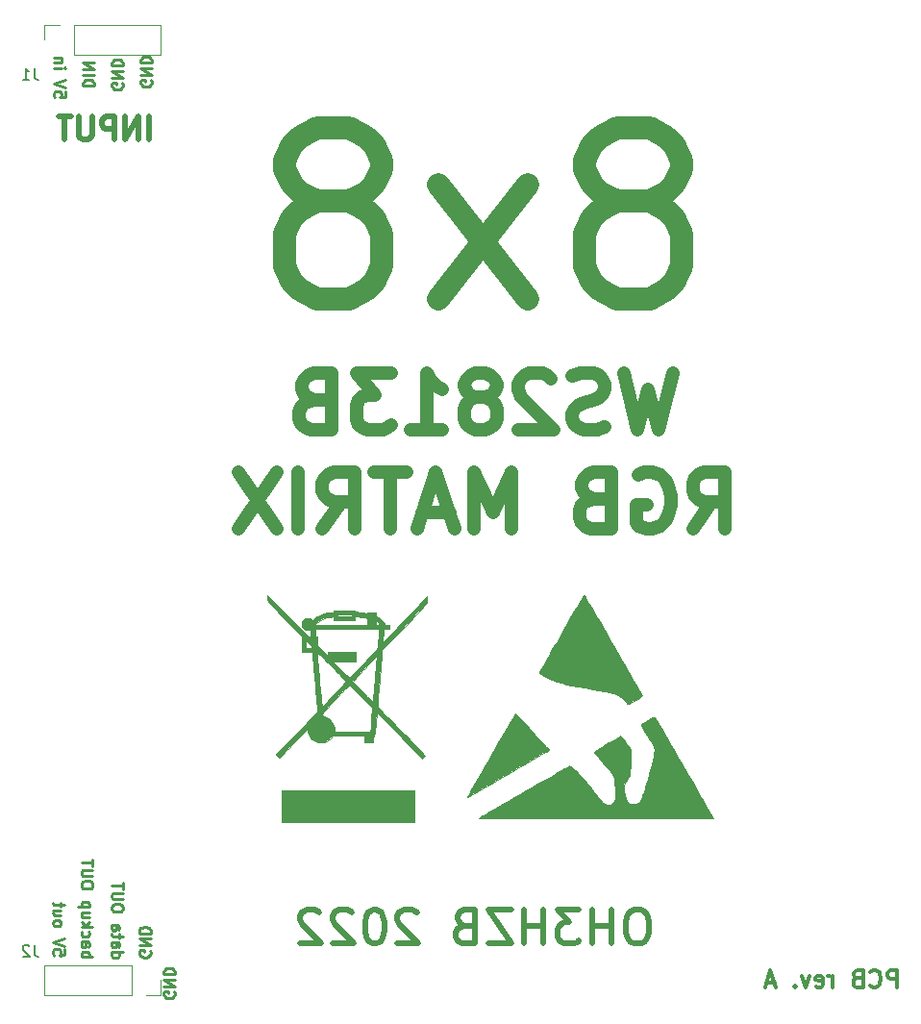
<source format=gbo>
G04 #@! TF.GenerationSoftware,KiCad,Pcbnew,5.99.0+really5.1.10+dfsg1-1*
G04 #@! TF.CreationDate,2022-01-28T19:42:34+02:00*
G04 #@! TF.ProjectId,RGBmatrix,5247426d-6174-4726-9978-2e6b69636164,rev?*
G04 #@! TF.SameCoordinates,Original*
G04 #@! TF.FileFunction,Legend,Bot*
G04 #@! TF.FilePolarity,Positive*
%FSLAX46Y46*%
G04 Gerber Fmt 4.6, Leading zero omitted, Abs format (unit mm)*
G04 Created by KiCad (PCBNEW 5.99.0+really5.1.10+dfsg1-1) date 2022-01-28 19:42:34*
%MOMM*%
%LPD*%
G01*
G04 APERTURE LIST*
%ADD10C,0.375000*%
%ADD11C,0.250000*%
%ADD12C,1.200000*%
%ADD13C,0.500000*%
%ADD14C,2.000000*%
%ADD15C,0.010000*%
%ADD16C,0.120000*%
%ADD17C,0.150000*%
%ADD18C,2.100000*%
%ADD19O,1.700000X1.700000*%
%ADD20R,1.700000X1.700000*%
G04 APERTURE END LIST*
D10*
X176402285Y-130917071D02*
X176402285Y-129417071D01*
X175830857Y-129417071D01*
X175688000Y-129488500D01*
X175616571Y-129559928D01*
X175545142Y-129702785D01*
X175545142Y-129917071D01*
X175616571Y-130059928D01*
X175688000Y-130131357D01*
X175830857Y-130202785D01*
X176402285Y-130202785D01*
X174045142Y-130774214D02*
X174116571Y-130845642D01*
X174330857Y-130917071D01*
X174473714Y-130917071D01*
X174688000Y-130845642D01*
X174830857Y-130702785D01*
X174902285Y-130559928D01*
X174973714Y-130274214D01*
X174973714Y-130059928D01*
X174902285Y-129774214D01*
X174830857Y-129631357D01*
X174688000Y-129488500D01*
X174473714Y-129417071D01*
X174330857Y-129417071D01*
X174116571Y-129488500D01*
X174045142Y-129559928D01*
X172902285Y-130131357D02*
X172688000Y-130202785D01*
X172616571Y-130274214D01*
X172545142Y-130417071D01*
X172545142Y-130631357D01*
X172616571Y-130774214D01*
X172688000Y-130845642D01*
X172830857Y-130917071D01*
X173402285Y-130917071D01*
X173402285Y-129417071D01*
X172902285Y-129417071D01*
X172759428Y-129488500D01*
X172688000Y-129559928D01*
X172616571Y-129702785D01*
X172616571Y-129845642D01*
X172688000Y-129988500D01*
X172759428Y-130059928D01*
X172902285Y-130131357D01*
X173402285Y-130131357D01*
X170759428Y-130917071D02*
X170759428Y-129917071D01*
X170759428Y-130202785D02*
X170688000Y-130059928D01*
X170616571Y-129988500D01*
X170473714Y-129917071D01*
X170330857Y-129917071D01*
X169259428Y-130845642D02*
X169402285Y-130917071D01*
X169688000Y-130917071D01*
X169830857Y-130845642D01*
X169902285Y-130702785D01*
X169902285Y-130131357D01*
X169830857Y-129988500D01*
X169688000Y-129917071D01*
X169402285Y-129917071D01*
X169259428Y-129988500D01*
X169188000Y-130131357D01*
X169188000Y-130274214D01*
X169902285Y-130417071D01*
X168688000Y-129917071D02*
X168330857Y-130917071D01*
X167973714Y-129917071D01*
X167402285Y-130774214D02*
X167330857Y-130845642D01*
X167402285Y-130917071D01*
X167473714Y-130845642D01*
X167402285Y-130774214D01*
X167402285Y-130917071D01*
X165616571Y-130488500D02*
X164902285Y-130488500D01*
X165759428Y-130917071D02*
X165259428Y-129417071D01*
X164759428Y-130917071D01*
D11*
X112768000Y-131317904D02*
X112815619Y-131413142D01*
X112815619Y-131556000D01*
X112768000Y-131698857D01*
X112672761Y-131794095D01*
X112577523Y-131841714D01*
X112387047Y-131889333D01*
X112244190Y-131889333D01*
X112053714Y-131841714D01*
X111958476Y-131794095D01*
X111863238Y-131698857D01*
X111815619Y-131556000D01*
X111815619Y-131460761D01*
X111863238Y-131317904D01*
X111910857Y-131270285D01*
X112244190Y-131270285D01*
X112244190Y-131460761D01*
X111815619Y-130841714D02*
X112815619Y-130841714D01*
X111815619Y-130270285D01*
X112815619Y-130270285D01*
X111815619Y-129794095D02*
X112815619Y-129794095D01*
X112815619Y-129556000D01*
X112768000Y-129413142D01*
X112672761Y-129317904D01*
X112577523Y-129270285D01*
X112387047Y-129222666D01*
X112244190Y-129222666D01*
X112053714Y-129270285D01*
X111958476Y-129317904D01*
X111863238Y-129413142D01*
X111815619Y-129556000D01*
X111815619Y-129794095D01*
X110611540Y-127711104D02*
X110659159Y-127806342D01*
X110659159Y-127949200D01*
X110611540Y-128092057D01*
X110516301Y-128187295D01*
X110421063Y-128234914D01*
X110230587Y-128282533D01*
X110087730Y-128282533D01*
X109897254Y-128234914D01*
X109802016Y-128187295D01*
X109706778Y-128092057D01*
X109659159Y-127949200D01*
X109659159Y-127853961D01*
X109706778Y-127711104D01*
X109754397Y-127663485D01*
X110087730Y-127663485D01*
X110087730Y-127853961D01*
X109659159Y-127234914D02*
X110659159Y-127234914D01*
X109659159Y-126663485D01*
X110659159Y-126663485D01*
X109659159Y-126187295D02*
X110659159Y-126187295D01*
X110659159Y-125949200D01*
X110611540Y-125806342D01*
X110516301Y-125711104D01*
X110421063Y-125663485D01*
X110230587Y-125615866D01*
X110087730Y-125615866D01*
X109897254Y-125663485D01*
X109802016Y-125711104D01*
X109706778Y-125806342D01*
X109659159Y-125949200D01*
X109659159Y-126187295D01*
D12*
X156628619Y-76858904D02*
X155438142Y-81858904D01*
X154485761Y-78287476D01*
X153533380Y-81858904D01*
X152342904Y-76858904D01*
X150676238Y-81620809D02*
X149961952Y-81858904D01*
X148771476Y-81858904D01*
X148295285Y-81620809D01*
X148057190Y-81382714D01*
X147819095Y-80906523D01*
X147819095Y-80430333D01*
X148057190Y-79954142D01*
X148295285Y-79716047D01*
X148771476Y-79477952D01*
X149723857Y-79239857D01*
X150200047Y-79001761D01*
X150438142Y-78763666D01*
X150676238Y-78287476D01*
X150676238Y-77811285D01*
X150438142Y-77335095D01*
X150200047Y-77097000D01*
X149723857Y-76858904D01*
X148533380Y-76858904D01*
X147819095Y-77097000D01*
X145914333Y-77335095D02*
X145676238Y-77097000D01*
X145200047Y-76858904D01*
X144009571Y-76858904D01*
X143533380Y-77097000D01*
X143295285Y-77335095D01*
X143057190Y-77811285D01*
X143057190Y-78287476D01*
X143295285Y-79001761D01*
X146152428Y-81858904D01*
X143057190Y-81858904D01*
X140200047Y-79001761D02*
X140676238Y-78763666D01*
X140914333Y-78525571D01*
X141152428Y-78049380D01*
X141152428Y-77811285D01*
X140914333Y-77335095D01*
X140676238Y-77097000D01*
X140200047Y-76858904D01*
X139247666Y-76858904D01*
X138771476Y-77097000D01*
X138533380Y-77335095D01*
X138295285Y-77811285D01*
X138295285Y-78049380D01*
X138533380Y-78525571D01*
X138771476Y-78763666D01*
X139247666Y-79001761D01*
X140200047Y-79001761D01*
X140676238Y-79239857D01*
X140914333Y-79477952D01*
X141152428Y-79954142D01*
X141152428Y-80906523D01*
X140914333Y-81382714D01*
X140676238Y-81620809D01*
X140200047Y-81858904D01*
X139247666Y-81858904D01*
X138771476Y-81620809D01*
X138533380Y-81382714D01*
X138295285Y-80906523D01*
X138295285Y-79954142D01*
X138533380Y-79477952D01*
X138771476Y-79239857D01*
X139247666Y-79001761D01*
X133533380Y-81858904D02*
X136390523Y-81858904D01*
X134961952Y-81858904D02*
X134961952Y-76858904D01*
X135438142Y-77573190D01*
X135914333Y-78049380D01*
X136390523Y-78287476D01*
X131866714Y-76858904D02*
X128771476Y-76858904D01*
X130438142Y-78763666D01*
X129723857Y-78763666D01*
X129247666Y-79001761D01*
X129009571Y-79239857D01*
X128771476Y-79716047D01*
X128771476Y-80906523D01*
X129009571Y-81382714D01*
X129247666Y-81620809D01*
X129723857Y-81858904D01*
X131152428Y-81858904D01*
X131628619Y-81620809D01*
X131866714Y-81382714D01*
X124961952Y-79239857D02*
X124247666Y-79477952D01*
X124009571Y-79716047D01*
X123771476Y-80192238D01*
X123771476Y-80906523D01*
X124009571Y-81382714D01*
X124247666Y-81620809D01*
X124723857Y-81858904D01*
X126628619Y-81858904D01*
X126628619Y-76858904D01*
X124961952Y-76858904D01*
X124485761Y-77097000D01*
X124247666Y-77335095D01*
X124009571Y-77811285D01*
X124009571Y-78287476D01*
X124247666Y-78763666D01*
X124485761Y-79001761D01*
X124961952Y-79239857D01*
X126628619Y-79239857D01*
X158414333Y-90558904D02*
X160081000Y-88177952D01*
X161271476Y-90558904D02*
X161271476Y-85558904D01*
X159366714Y-85558904D01*
X158890523Y-85797000D01*
X158652428Y-86035095D01*
X158414333Y-86511285D01*
X158414333Y-87225571D01*
X158652428Y-87701761D01*
X158890523Y-87939857D01*
X159366714Y-88177952D01*
X161271476Y-88177952D01*
X153652428Y-85797000D02*
X154128619Y-85558904D01*
X154842904Y-85558904D01*
X155557190Y-85797000D01*
X156033380Y-86273190D01*
X156271476Y-86749380D01*
X156509571Y-87701761D01*
X156509571Y-88416047D01*
X156271476Y-89368428D01*
X156033380Y-89844619D01*
X155557190Y-90320809D01*
X154842904Y-90558904D01*
X154366714Y-90558904D01*
X153652428Y-90320809D01*
X153414333Y-90082714D01*
X153414333Y-88416047D01*
X154366714Y-88416047D01*
X149604809Y-87939857D02*
X148890523Y-88177952D01*
X148652428Y-88416047D01*
X148414333Y-88892238D01*
X148414333Y-89606523D01*
X148652428Y-90082714D01*
X148890523Y-90320809D01*
X149366714Y-90558904D01*
X151271476Y-90558904D01*
X151271476Y-85558904D01*
X149604809Y-85558904D01*
X149128619Y-85797000D01*
X148890523Y-86035095D01*
X148652428Y-86511285D01*
X148652428Y-86987476D01*
X148890523Y-87463666D01*
X149128619Y-87701761D01*
X149604809Y-87939857D01*
X151271476Y-87939857D01*
X142461952Y-90558904D02*
X142461952Y-85558904D01*
X140795285Y-89130333D01*
X139128619Y-85558904D01*
X139128619Y-90558904D01*
X136985761Y-89130333D02*
X134604809Y-89130333D01*
X137461952Y-90558904D02*
X135795285Y-85558904D01*
X134128619Y-90558904D01*
X133176238Y-85558904D02*
X130319095Y-85558904D01*
X131747666Y-90558904D02*
X131747666Y-85558904D01*
X125795285Y-90558904D02*
X127461952Y-88177952D01*
X128652428Y-90558904D02*
X128652428Y-85558904D01*
X126747666Y-85558904D01*
X126271476Y-85797000D01*
X126033380Y-86035095D01*
X125795285Y-86511285D01*
X125795285Y-87225571D01*
X126033380Y-87701761D01*
X126271476Y-87939857D01*
X126747666Y-88177952D01*
X128652428Y-88177952D01*
X123652428Y-90558904D02*
X123652428Y-85558904D01*
X121747666Y-85558904D02*
X118414333Y-90558904D01*
X118414333Y-85558904D02*
X121747666Y-90558904D01*
D13*
X153834857Y-124087142D02*
X153263428Y-124087142D01*
X152977714Y-124230000D01*
X152692000Y-124515714D01*
X152549142Y-125087142D01*
X152549142Y-126087142D01*
X152692000Y-126658571D01*
X152977714Y-126944285D01*
X153263428Y-127087142D01*
X153834857Y-127087142D01*
X154120571Y-126944285D01*
X154406285Y-126658571D01*
X154549142Y-126087142D01*
X154549142Y-125087142D01*
X154406285Y-124515714D01*
X154120571Y-124230000D01*
X153834857Y-124087142D01*
X151263428Y-127087142D02*
X151263428Y-124087142D01*
X151263428Y-125515714D02*
X149549142Y-125515714D01*
X149549142Y-127087142D02*
X149549142Y-124087142D01*
X148406285Y-124087142D02*
X146549142Y-124087142D01*
X147549142Y-125230000D01*
X147120571Y-125230000D01*
X146834857Y-125372857D01*
X146692000Y-125515714D01*
X146549142Y-125801428D01*
X146549142Y-126515714D01*
X146692000Y-126801428D01*
X146834857Y-126944285D01*
X147120571Y-127087142D01*
X147977714Y-127087142D01*
X148263428Y-126944285D01*
X148406285Y-126801428D01*
X145263428Y-127087142D02*
X145263428Y-124087142D01*
X145263428Y-125515714D02*
X143549142Y-125515714D01*
X143549142Y-127087142D02*
X143549142Y-124087142D01*
X142406285Y-124087142D02*
X140406285Y-124087142D01*
X142406285Y-127087142D01*
X140406285Y-127087142D01*
X138263428Y-125515714D02*
X137834857Y-125658571D01*
X137692000Y-125801428D01*
X137549142Y-126087142D01*
X137549142Y-126515714D01*
X137692000Y-126801428D01*
X137834857Y-126944285D01*
X138120571Y-127087142D01*
X139263428Y-127087142D01*
X139263428Y-124087142D01*
X138263428Y-124087142D01*
X137977714Y-124230000D01*
X137834857Y-124372857D01*
X137692000Y-124658571D01*
X137692000Y-124944285D01*
X137834857Y-125230000D01*
X137977714Y-125372857D01*
X138263428Y-125515714D01*
X139263428Y-125515714D01*
X134120571Y-124372857D02*
X133977714Y-124230000D01*
X133692000Y-124087142D01*
X132977714Y-124087142D01*
X132692000Y-124230000D01*
X132549142Y-124372857D01*
X132406285Y-124658571D01*
X132406285Y-124944285D01*
X132549142Y-125372857D01*
X134263428Y-127087142D01*
X132406285Y-127087142D01*
X130549142Y-124087142D02*
X130263428Y-124087142D01*
X129977714Y-124230000D01*
X129834857Y-124372857D01*
X129692000Y-124658571D01*
X129549142Y-125230000D01*
X129549142Y-125944285D01*
X129692000Y-126515714D01*
X129834857Y-126801428D01*
X129977714Y-126944285D01*
X130263428Y-127087142D01*
X130549142Y-127087142D01*
X130834857Y-126944285D01*
X130977714Y-126801428D01*
X131120571Y-126515714D01*
X131263428Y-125944285D01*
X131263428Y-125230000D01*
X131120571Y-124658571D01*
X130977714Y-124372857D01*
X130834857Y-124230000D01*
X130549142Y-124087142D01*
X128406285Y-124372857D02*
X128263428Y-124230000D01*
X127977714Y-124087142D01*
X127263428Y-124087142D01*
X126977714Y-124230000D01*
X126834857Y-124372857D01*
X126692000Y-124658571D01*
X126692000Y-124944285D01*
X126834857Y-125372857D01*
X128549142Y-127087142D01*
X126692000Y-127087142D01*
X125549142Y-124372857D02*
X125406285Y-124230000D01*
X125120571Y-124087142D01*
X124406285Y-124087142D01*
X124120571Y-124230000D01*
X123977714Y-124372857D01*
X123834857Y-124658571D01*
X123834857Y-124944285D01*
X123977714Y-125372857D01*
X125692000Y-127087142D01*
X123834857Y-127087142D01*
D14*
X154596857Y-61714285D02*
X156025428Y-61000000D01*
X156739714Y-60285714D01*
X157454000Y-58857142D01*
X157454000Y-58142857D01*
X156739714Y-56714285D01*
X156025428Y-56000000D01*
X154596857Y-55285714D01*
X151739714Y-55285714D01*
X150311142Y-56000000D01*
X149596857Y-56714285D01*
X148882571Y-58142857D01*
X148882571Y-58857142D01*
X149596857Y-60285714D01*
X150311142Y-61000000D01*
X151739714Y-61714285D01*
X154596857Y-61714285D01*
X156025428Y-62428571D01*
X156739714Y-63142857D01*
X157454000Y-64571428D01*
X157454000Y-67428571D01*
X156739714Y-68857142D01*
X156025428Y-69571428D01*
X154596857Y-70285714D01*
X151739714Y-70285714D01*
X150311142Y-69571428D01*
X149596857Y-68857142D01*
X148882571Y-67428571D01*
X148882571Y-64571428D01*
X149596857Y-63142857D01*
X150311142Y-62428571D01*
X151739714Y-61714285D01*
X143882571Y-70285714D02*
X136025428Y-60285714D01*
X143882571Y-60285714D02*
X136025428Y-70285714D01*
X128168285Y-61714285D02*
X129596857Y-61000000D01*
X130311142Y-60285714D01*
X131025428Y-58857142D01*
X131025428Y-58142857D01*
X130311142Y-56714285D01*
X129596857Y-56000000D01*
X128168285Y-55285714D01*
X125311142Y-55285714D01*
X123882571Y-56000000D01*
X123168285Y-56714285D01*
X122454000Y-58142857D01*
X122454000Y-58857142D01*
X123168285Y-60285714D01*
X123882571Y-61000000D01*
X125311142Y-61714285D01*
X128168285Y-61714285D01*
X129596857Y-62428571D01*
X130311142Y-63142857D01*
X131025428Y-64571428D01*
X131025428Y-67428571D01*
X130311142Y-68857142D01*
X129596857Y-69571428D01*
X128168285Y-70285714D01*
X125311142Y-70285714D01*
X123882571Y-69571428D01*
X123168285Y-68857142D01*
X122454000Y-67428571D01*
X122454000Y-64571428D01*
X123168285Y-63142857D01*
X123882571Y-62428571D01*
X125311142Y-61714285D01*
D13*
X110537142Y-56276761D02*
X110537142Y-54276761D01*
X109584761Y-56276761D02*
X109584761Y-54276761D01*
X108441904Y-56276761D01*
X108441904Y-54276761D01*
X107489523Y-56276761D02*
X107489523Y-54276761D01*
X106727619Y-54276761D01*
X106537142Y-54372000D01*
X106441904Y-54467238D01*
X106346666Y-54657714D01*
X106346666Y-54943428D01*
X106441904Y-55133904D01*
X106537142Y-55229142D01*
X106727619Y-55324380D01*
X107489523Y-55324380D01*
X105489523Y-54276761D02*
X105489523Y-55895809D01*
X105394285Y-56086285D01*
X105299047Y-56181523D01*
X105108571Y-56276761D01*
X104727619Y-56276761D01*
X104537142Y-56181523D01*
X104441904Y-56086285D01*
X104346666Y-55895809D01*
X104346666Y-54276761D01*
X103680000Y-54276761D02*
X102537142Y-54276761D01*
X103108571Y-56276761D02*
X103108571Y-54276761D01*
D11*
X104703619Y-51569809D02*
X105703619Y-51569809D01*
X105703619Y-51331714D01*
X105656000Y-51188857D01*
X105560761Y-51093619D01*
X105465523Y-51046000D01*
X105275047Y-50998380D01*
X105132190Y-50998380D01*
X104941714Y-51046000D01*
X104846476Y-51093619D01*
X104751238Y-51188857D01*
X104703619Y-51331714D01*
X104703619Y-51569809D01*
X104703619Y-50569809D02*
X105703619Y-50569809D01*
X104703619Y-50093619D02*
X105703619Y-50093619D01*
X104703619Y-49522190D01*
X105703619Y-49522190D01*
X103163619Y-52061904D02*
X103163619Y-52538095D01*
X102687428Y-52585714D01*
X102735047Y-52538095D01*
X102782666Y-52442857D01*
X102782666Y-52204761D01*
X102735047Y-52109523D01*
X102687428Y-52061904D01*
X102592190Y-52014285D01*
X102354095Y-52014285D01*
X102258857Y-52061904D01*
X102211238Y-52109523D01*
X102163619Y-52204761D01*
X102163619Y-52442857D01*
X102211238Y-52538095D01*
X102258857Y-52585714D01*
X103163619Y-51728571D02*
X102163619Y-51395238D01*
X103163619Y-51061904D01*
X102163619Y-49966666D02*
X102830285Y-49966666D01*
X103163619Y-49966666D02*
X103116000Y-50014285D01*
X103068380Y-49966666D01*
X103116000Y-49919047D01*
X103163619Y-49966666D01*
X103068380Y-49966666D01*
X102830285Y-49490476D02*
X102163619Y-49490476D01*
X102735047Y-49490476D02*
X102782666Y-49442857D01*
X102830285Y-49347619D01*
X102830285Y-49204761D01*
X102782666Y-49109523D01*
X102687428Y-49061904D01*
X102163619Y-49061904D01*
X108196000Y-51307904D02*
X108243619Y-51403142D01*
X108243619Y-51546000D01*
X108196000Y-51688857D01*
X108100761Y-51784095D01*
X108005523Y-51831714D01*
X107815047Y-51879333D01*
X107672190Y-51879333D01*
X107481714Y-51831714D01*
X107386476Y-51784095D01*
X107291238Y-51688857D01*
X107243619Y-51546000D01*
X107243619Y-51450761D01*
X107291238Y-51307904D01*
X107338857Y-51260285D01*
X107672190Y-51260285D01*
X107672190Y-51450761D01*
X107243619Y-50831714D02*
X108243619Y-50831714D01*
X107243619Y-50260285D01*
X108243619Y-50260285D01*
X107243619Y-49784095D02*
X108243619Y-49784095D01*
X108243619Y-49546000D01*
X108196000Y-49403142D01*
X108100761Y-49307904D01*
X108005523Y-49260285D01*
X107815047Y-49212666D01*
X107672190Y-49212666D01*
X107481714Y-49260285D01*
X107386476Y-49307904D01*
X107291238Y-49403142D01*
X107243619Y-49546000D01*
X107243619Y-49784095D01*
X110736000Y-51053904D02*
X110783619Y-51149142D01*
X110783619Y-51292000D01*
X110736000Y-51434857D01*
X110640761Y-51530095D01*
X110545523Y-51577714D01*
X110355047Y-51625333D01*
X110212190Y-51625333D01*
X110021714Y-51577714D01*
X109926476Y-51530095D01*
X109831238Y-51434857D01*
X109783619Y-51292000D01*
X109783619Y-51196761D01*
X109831238Y-51053904D01*
X109878857Y-51006285D01*
X110212190Y-51006285D01*
X110212190Y-51196761D01*
X109783619Y-50577714D02*
X110783619Y-50577714D01*
X109783619Y-50006285D01*
X110783619Y-50006285D01*
X109783619Y-49530095D02*
X110783619Y-49530095D01*
X110783619Y-49292000D01*
X110736000Y-49149142D01*
X110640761Y-49053904D01*
X110545523Y-49006285D01*
X110355047Y-48958666D01*
X110212190Y-48958666D01*
X110021714Y-49006285D01*
X109926476Y-49053904D01*
X109831238Y-49149142D01*
X109783619Y-49292000D01*
X109783619Y-49530095D01*
X104571539Y-128252645D02*
X105571539Y-128252645D01*
X105190586Y-128252645D02*
X105238205Y-128157407D01*
X105238205Y-127966931D01*
X105190586Y-127871693D01*
X105142967Y-127824074D01*
X105047729Y-127776455D01*
X104762015Y-127776455D01*
X104666777Y-127824074D01*
X104619158Y-127871693D01*
X104571539Y-127966931D01*
X104571539Y-128157407D01*
X104619158Y-128252645D01*
X104571539Y-126919312D02*
X105095348Y-126919312D01*
X105190586Y-126966931D01*
X105238205Y-127062169D01*
X105238205Y-127252645D01*
X105190586Y-127347883D01*
X104619158Y-126919312D02*
X104571539Y-127014550D01*
X104571539Y-127252645D01*
X104619158Y-127347883D01*
X104714396Y-127395502D01*
X104809634Y-127395502D01*
X104904872Y-127347883D01*
X104952491Y-127252645D01*
X104952491Y-127014550D01*
X105000110Y-126919312D01*
X104619158Y-126014550D02*
X104571539Y-126109788D01*
X104571539Y-126300264D01*
X104619158Y-126395502D01*
X104666777Y-126443121D01*
X104762015Y-126490740D01*
X105047729Y-126490740D01*
X105142967Y-126443121D01*
X105190586Y-126395502D01*
X105238205Y-126300264D01*
X105238205Y-126109788D01*
X105190586Y-126014550D01*
X104571539Y-125585979D02*
X105571539Y-125585979D01*
X104952491Y-125490740D02*
X104571539Y-125205026D01*
X105238205Y-125205026D02*
X104857253Y-125585979D01*
X105238205Y-124347883D02*
X104571539Y-124347883D01*
X105238205Y-124776455D02*
X104714396Y-124776455D01*
X104619158Y-124728836D01*
X104571539Y-124633598D01*
X104571539Y-124490740D01*
X104619158Y-124395502D01*
X104666777Y-124347883D01*
X105238205Y-123871693D02*
X104238205Y-123871693D01*
X105190586Y-123871693D02*
X105238205Y-123776455D01*
X105238205Y-123585979D01*
X105190586Y-123490740D01*
X105142967Y-123443121D01*
X105047729Y-123395502D01*
X104762015Y-123395502D01*
X104666777Y-123443121D01*
X104619158Y-123490740D01*
X104571539Y-123585979D01*
X104571539Y-123776455D01*
X104619158Y-123871693D01*
X105571539Y-122014550D02*
X105571539Y-121824074D01*
X105523920Y-121728836D01*
X105428681Y-121633598D01*
X105238205Y-121585979D01*
X104904872Y-121585979D01*
X104714396Y-121633598D01*
X104619158Y-121728836D01*
X104571539Y-121824074D01*
X104571539Y-122014550D01*
X104619158Y-122109788D01*
X104714396Y-122205026D01*
X104904872Y-122252645D01*
X105238205Y-122252645D01*
X105428681Y-122205026D01*
X105523920Y-122109788D01*
X105571539Y-122014550D01*
X105571539Y-121157407D02*
X104762015Y-121157407D01*
X104666777Y-121109788D01*
X104619158Y-121062169D01*
X104571539Y-120966931D01*
X104571539Y-120776455D01*
X104619158Y-120681217D01*
X104666777Y-120633598D01*
X104762015Y-120585979D01*
X105571539Y-120585979D01*
X105571539Y-120252645D02*
X105571539Y-119681217D01*
X104571539Y-119966931D02*
X105571539Y-119966931D01*
X107228379Y-127850234D02*
X108228379Y-127850234D01*
X107275998Y-127850234D02*
X107228379Y-127945472D01*
X107228379Y-128135948D01*
X107275998Y-128231186D01*
X107323617Y-128278805D01*
X107418855Y-128326424D01*
X107704569Y-128326424D01*
X107799807Y-128278805D01*
X107847426Y-128231186D01*
X107895045Y-128135948D01*
X107895045Y-127945472D01*
X107847426Y-127850234D01*
X107228379Y-126945472D02*
X107752188Y-126945472D01*
X107847426Y-126993091D01*
X107895045Y-127088329D01*
X107895045Y-127278805D01*
X107847426Y-127374043D01*
X107275998Y-126945472D02*
X107228379Y-127040710D01*
X107228379Y-127278805D01*
X107275998Y-127374043D01*
X107371236Y-127421662D01*
X107466474Y-127421662D01*
X107561712Y-127374043D01*
X107609331Y-127278805D01*
X107609331Y-127040710D01*
X107656950Y-126945472D01*
X107895045Y-126612139D02*
X107895045Y-126231186D01*
X108228379Y-126469281D02*
X107371236Y-126469281D01*
X107275998Y-126421662D01*
X107228379Y-126326424D01*
X107228379Y-126231186D01*
X107228379Y-125469281D02*
X107752188Y-125469281D01*
X107847426Y-125516900D01*
X107895045Y-125612139D01*
X107895045Y-125802615D01*
X107847426Y-125897853D01*
X107275998Y-125469281D02*
X107228379Y-125564520D01*
X107228379Y-125802615D01*
X107275998Y-125897853D01*
X107371236Y-125945472D01*
X107466474Y-125945472D01*
X107561712Y-125897853D01*
X107609331Y-125802615D01*
X107609331Y-125564520D01*
X107656950Y-125469281D01*
X108228379Y-124040710D02*
X108228379Y-123850234D01*
X108180760Y-123754996D01*
X108085521Y-123659758D01*
X107895045Y-123612139D01*
X107561712Y-123612139D01*
X107371236Y-123659758D01*
X107275998Y-123754996D01*
X107228379Y-123850234D01*
X107228379Y-124040710D01*
X107275998Y-124135948D01*
X107371236Y-124231186D01*
X107561712Y-124278805D01*
X107895045Y-124278805D01*
X108085521Y-124231186D01*
X108180760Y-124135948D01*
X108228379Y-124040710D01*
X108228379Y-123183567D02*
X107418855Y-123183567D01*
X107323617Y-123135948D01*
X107275998Y-123088329D01*
X107228379Y-122993091D01*
X107228379Y-122802615D01*
X107275998Y-122707377D01*
X107323617Y-122659758D01*
X107418855Y-122612139D01*
X108228379Y-122612139D01*
X108228379Y-122278805D02*
X108228379Y-121707377D01*
X107228379Y-121993091D02*
X108228379Y-121993091D01*
X103089959Y-127598584D02*
X103089959Y-128074775D01*
X102613768Y-128122394D01*
X102661387Y-128074775D01*
X102709006Y-127979537D01*
X102709006Y-127741441D01*
X102661387Y-127646203D01*
X102613768Y-127598584D01*
X102518530Y-127550965D01*
X102280435Y-127550965D01*
X102185197Y-127598584D01*
X102137578Y-127646203D01*
X102089959Y-127741441D01*
X102089959Y-127979537D01*
X102137578Y-128074775D01*
X102185197Y-128122394D01*
X103089959Y-127265251D02*
X102089959Y-126931918D01*
X103089959Y-126598584D01*
X102089959Y-125360489D02*
X102137578Y-125455727D01*
X102185197Y-125503346D01*
X102280435Y-125550965D01*
X102566149Y-125550965D01*
X102661387Y-125503346D01*
X102709006Y-125455727D01*
X102756625Y-125360489D01*
X102756625Y-125217632D01*
X102709006Y-125122394D01*
X102661387Y-125074775D01*
X102566149Y-125027156D01*
X102280435Y-125027156D01*
X102185197Y-125074775D01*
X102137578Y-125122394D01*
X102089959Y-125217632D01*
X102089959Y-125360489D01*
X102756625Y-124170013D02*
X102089959Y-124170013D01*
X102756625Y-124598584D02*
X102232816Y-124598584D01*
X102137578Y-124550965D01*
X102089959Y-124455727D01*
X102089959Y-124312870D01*
X102137578Y-124217632D01*
X102185197Y-124170013D01*
X102756625Y-123836680D02*
X102756625Y-123455727D01*
X103089959Y-123693822D02*
X102232816Y-123693822D01*
X102137578Y-123646203D01*
X102089959Y-123550965D01*
X102089959Y-123455727D01*
D15*
G36*
X154967850Y-107146490D02*
G01*
X154858990Y-107188587D01*
X154693070Y-107272180D01*
X154454831Y-107403258D01*
X154436280Y-107413676D01*
X154216863Y-107539145D01*
X154031696Y-107649068D01*
X153898966Y-107732359D01*
X153836859Y-107777930D01*
X153835122Y-107780161D01*
X153850124Y-107843428D01*
X153918945Y-107984719D01*
X154037102Y-108196337D01*
X154200107Y-108470583D01*
X154403476Y-108799757D01*
X154642722Y-109176162D01*
X154702266Y-109268472D01*
X154857402Y-109524625D01*
X154970366Y-109745045D01*
X155031244Y-109909802D01*
X155037490Y-109942349D01*
X155034718Y-110085615D01*
X155003660Y-110312863D01*
X154948188Y-110609517D01*
X154872173Y-110961000D01*
X154779486Y-111352734D01*
X154673999Y-111770143D01*
X154559585Y-112198648D01*
X154440113Y-112623674D01*
X154319457Y-113030643D01*
X154201486Y-113404977D01*
X154090074Y-113732100D01*
X153989090Y-113997434D01*
X153918695Y-114154857D01*
X153835772Y-114322551D01*
X153757475Y-114483014D01*
X153753236Y-114491796D01*
X153623702Y-114653879D01*
X153434649Y-114763017D01*
X153214570Y-114815318D01*
X152991960Y-114806892D01*
X152795313Y-114733850D01*
X152684686Y-114637687D01*
X152525370Y-114373951D01*
X152408627Y-114045265D01*
X152344575Y-113685139D01*
X152335501Y-113480980D01*
X152372045Y-113099946D01*
X152479301Y-112784413D01*
X152663040Y-112519067D01*
X152720337Y-112460005D01*
X152890849Y-112294337D01*
X152902558Y-111123333D01*
X152914267Y-109952330D01*
X152615875Y-109500634D01*
X152475852Y-109296184D01*
X152341001Y-109112264D01*
X152230559Y-108974514D01*
X152183087Y-108923826D01*
X152048691Y-108798712D01*
X151866672Y-108896736D01*
X151751625Y-108966974D01*
X151688677Y-109021509D01*
X151684653Y-109031315D01*
X151641630Y-109072886D01*
X151568020Y-109103841D01*
X151496887Y-109131741D01*
X151387964Y-109184745D01*
X151231901Y-109268029D01*
X151019347Y-109386765D01*
X150740952Y-109546127D01*
X150387366Y-109751289D01*
X150195220Y-109863446D01*
X149969196Y-109997790D01*
X149820956Y-110093472D01*
X149737382Y-110161681D01*
X149705359Y-110213607D01*
X149711769Y-110260440D01*
X149717114Y-110271320D01*
X149769108Y-110339831D01*
X149880362Y-110468348D01*
X150037914Y-110642495D01*
X150228804Y-110847895D01*
X150393901Y-111022016D01*
X150774349Y-111435286D01*
X151071974Y-111793490D01*
X151289430Y-112100232D01*
X151429374Y-112359111D01*
X151476579Y-112490572D01*
X151496078Y-112605650D01*
X151516216Y-112801949D01*
X151535223Y-113057044D01*
X151551328Y-113348512D01*
X151558907Y-113532817D01*
X151569484Y-113851432D01*
X151574137Y-114084371D01*
X151571496Y-114249534D01*
X151560194Y-114364818D01*
X151538863Y-114448121D01*
X151506135Y-114517341D01*
X151480428Y-114559606D01*
X151331978Y-114722514D01*
X151140691Y-114836038D01*
X150939426Y-114885547D01*
X150788598Y-114867634D01*
X150652031Y-114790135D01*
X150480843Y-114651342D01*
X150299043Y-114475463D01*
X150130643Y-114286707D01*
X149999652Y-114109282D01*
X149951422Y-114023547D01*
X149879173Y-113906153D01*
X149747767Y-113727342D01*
X149569210Y-113501090D01*
X149355509Y-113241372D01*
X149118670Y-112962162D01*
X148870698Y-112677438D01*
X148623601Y-112401174D01*
X148389383Y-112147345D01*
X148180052Y-111929928D01*
X148015701Y-111770322D01*
X147833230Y-111610885D01*
X147679727Y-111493326D01*
X147572062Y-111429871D01*
X147536322Y-111422894D01*
X147481552Y-111451040D01*
X147344938Y-111526586D01*
X147134365Y-111644995D01*
X146857714Y-111801733D01*
X146522869Y-111992263D01*
X146137714Y-112212050D01*
X145710131Y-112456557D01*
X145248005Y-112721250D01*
X144759218Y-113001591D01*
X144251653Y-113293046D01*
X143733194Y-113591079D01*
X143211724Y-113891153D01*
X142695126Y-114188733D01*
X142191284Y-114479284D01*
X141708080Y-114758269D01*
X141253398Y-115021153D01*
X140835122Y-115263400D01*
X140461134Y-115480473D01*
X140139318Y-115667838D01*
X139877557Y-115820959D01*
X139683734Y-115935299D01*
X139565732Y-116006324D01*
X139531530Y-116028613D01*
X139577595Y-116033018D01*
X139722508Y-116037300D01*
X139961446Y-116041439D01*
X140289583Y-116045413D01*
X140702096Y-116049203D01*
X141194160Y-116052787D01*
X141760951Y-116056145D01*
X142397643Y-116059256D01*
X143099413Y-116062099D01*
X143861436Y-116064655D01*
X144678888Y-116066901D01*
X145546943Y-116068818D01*
X146460778Y-116070385D01*
X147415568Y-116071582D01*
X148406489Y-116072387D01*
X149428716Y-116072779D01*
X149857642Y-116072817D01*
X160232999Y-116072817D01*
X159493046Y-114789857D01*
X159336401Y-114518195D01*
X159134761Y-114168393D01*
X158894865Y-113752151D01*
X158623458Y-113281172D01*
X158327280Y-112767154D01*
X158013073Y-112221800D01*
X157687580Y-111656810D01*
X157357542Y-111083885D01*
X157029702Y-110514725D01*
X156946791Y-110370776D01*
X156644471Y-109846462D01*
X156356175Y-109347586D01*
X156086235Y-108881575D01*
X155838983Y-108455855D01*
X155618752Y-108077854D01*
X155429874Y-107754997D01*
X155276682Y-107494711D01*
X155163507Y-107304424D01*
X155094683Y-107191562D01*
X155075424Y-107162828D01*
X155034908Y-107139900D01*
X154967850Y-107146490D01*
G37*
X154967850Y-107146490D02*
X154858990Y-107188587D01*
X154693070Y-107272180D01*
X154454831Y-107403258D01*
X154436280Y-107413676D01*
X154216863Y-107539145D01*
X154031696Y-107649068D01*
X153898966Y-107732359D01*
X153836859Y-107777930D01*
X153835122Y-107780161D01*
X153850124Y-107843428D01*
X153918945Y-107984719D01*
X154037102Y-108196337D01*
X154200107Y-108470583D01*
X154403476Y-108799757D01*
X154642722Y-109176162D01*
X154702266Y-109268472D01*
X154857402Y-109524625D01*
X154970366Y-109745045D01*
X155031244Y-109909802D01*
X155037490Y-109942349D01*
X155034718Y-110085615D01*
X155003660Y-110312863D01*
X154948188Y-110609517D01*
X154872173Y-110961000D01*
X154779486Y-111352734D01*
X154673999Y-111770143D01*
X154559585Y-112198648D01*
X154440113Y-112623674D01*
X154319457Y-113030643D01*
X154201486Y-113404977D01*
X154090074Y-113732100D01*
X153989090Y-113997434D01*
X153918695Y-114154857D01*
X153835772Y-114322551D01*
X153757475Y-114483014D01*
X153753236Y-114491796D01*
X153623702Y-114653879D01*
X153434649Y-114763017D01*
X153214570Y-114815318D01*
X152991960Y-114806892D01*
X152795313Y-114733850D01*
X152684686Y-114637687D01*
X152525370Y-114373951D01*
X152408627Y-114045265D01*
X152344575Y-113685139D01*
X152335501Y-113480980D01*
X152372045Y-113099946D01*
X152479301Y-112784413D01*
X152663040Y-112519067D01*
X152720337Y-112460005D01*
X152890849Y-112294337D01*
X152902558Y-111123333D01*
X152914267Y-109952330D01*
X152615875Y-109500634D01*
X152475852Y-109296184D01*
X152341001Y-109112264D01*
X152230559Y-108974514D01*
X152183087Y-108923826D01*
X152048691Y-108798712D01*
X151866672Y-108896736D01*
X151751625Y-108966974D01*
X151688677Y-109021509D01*
X151684653Y-109031315D01*
X151641630Y-109072886D01*
X151568020Y-109103841D01*
X151496887Y-109131741D01*
X151387964Y-109184745D01*
X151231901Y-109268029D01*
X151019347Y-109386765D01*
X150740952Y-109546127D01*
X150387366Y-109751289D01*
X150195220Y-109863446D01*
X149969196Y-109997790D01*
X149820956Y-110093472D01*
X149737382Y-110161681D01*
X149705359Y-110213607D01*
X149711769Y-110260440D01*
X149717114Y-110271320D01*
X149769108Y-110339831D01*
X149880362Y-110468348D01*
X150037914Y-110642495D01*
X150228804Y-110847895D01*
X150393901Y-111022016D01*
X150774349Y-111435286D01*
X151071974Y-111793490D01*
X151289430Y-112100232D01*
X151429374Y-112359111D01*
X151476579Y-112490572D01*
X151496078Y-112605650D01*
X151516216Y-112801949D01*
X151535223Y-113057044D01*
X151551328Y-113348512D01*
X151558907Y-113532817D01*
X151569484Y-113851432D01*
X151574137Y-114084371D01*
X151571496Y-114249534D01*
X151560194Y-114364818D01*
X151538863Y-114448121D01*
X151506135Y-114517341D01*
X151480428Y-114559606D01*
X151331978Y-114722514D01*
X151140691Y-114836038D01*
X150939426Y-114885547D01*
X150788598Y-114867634D01*
X150652031Y-114790135D01*
X150480843Y-114651342D01*
X150299043Y-114475463D01*
X150130643Y-114286707D01*
X149999652Y-114109282D01*
X149951422Y-114023547D01*
X149879173Y-113906153D01*
X149747767Y-113727342D01*
X149569210Y-113501090D01*
X149355509Y-113241372D01*
X149118670Y-112962162D01*
X148870698Y-112677438D01*
X148623601Y-112401174D01*
X148389383Y-112147345D01*
X148180052Y-111929928D01*
X148015701Y-111770322D01*
X147833230Y-111610885D01*
X147679727Y-111493326D01*
X147572062Y-111429871D01*
X147536322Y-111422894D01*
X147481552Y-111451040D01*
X147344938Y-111526586D01*
X147134365Y-111644995D01*
X146857714Y-111801733D01*
X146522869Y-111992263D01*
X146137714Y-112212050D01*
X145710131Y-112456557D01*
X145248005Y-112721250D01*
X144759218Y-113001591D01*
X144251653Y-113293046D01*
X143733194Y-113591079D01*
X143211724Y-113891153D01*
X142695126Y-114188733D01*
X142191284Y-114479284D01*
X141708080Y-114758269D01*
X141253398Y-115021153D01*
X140835122Y-115263400D01*
X140461134Y-115480473D01*
X140139318Y-115667838D01*
X139877557Y-115820959D01*
X139683734Y-115935299D01*
X139565732Y-116006324D01*
X139531530Y-116028613D01*
X139577595Y-116033018D01*
X139722508Y-116037300D01*
X139961446Y-116041439D01*
X140289583Y-116045413D01*
X140702096Y-116049203D01*
X141194160Y-116052787D01*
X141760951Y-116056145D01*
X142397643Y-116059256D01*
X143099413Y-116062099D01*
X143861436Y-116064655D01*
X144678888Y-116066901D01*
X145546943Y-116068818D01*
X146460778Y-116070385D01*
X147415568Y-116071582D01*
X148406489Y-116072387D01*
X149428716Y-116072779D01*
X149857642Y-116072817D01*
X160232999Y-116072817D01*
X159493046Y-114789857D01*
X159336401Y-114518195D01*
X159134761Y-114168393D01*
X158894865Y-113752151D01*
X158623458Y-113281172D01*
X158327280Y-112767154D01*
X158013073Y-112221800D01*
X157687580Y-111656810D01*
X157357542Y-111083885D01*
X157029702Y-110514725D01*
X156946791Y-110370776D01*
X156644471Y-109846462D01*
X156356175Y-109347586D01*
X156086235Y-108881575D01*
X155838983Y-108455855D01*
X155618752Y-108077854D01*
X155429874Y-107754997D01*
X155276682Y-107494711D01*
X155163507Y-107304424D01*
X155094683Y-107191562D01*
X155075424Y-107162828D01*
X155034908Y-107139900D01*
X154967850Y-107146490D01*
G36*
X142699865Y-106957256D02*
G01*
X142661777Y-107021095D01*
X142576163Y-107167451D01*
X142447259Y-107389011D01*
X142279296Y-107678464D01*
X142076509Y-108028497D01*
X141843132Y-108431797D01*
X141583398Y-108881053D01*
X141301540Y-109368953D01*
X141001793Y-109888183D01*
X140693478Y-110422613D01*
X140378602Y-110968556D01*
X140076288Y-111492658D01*
X139790916Y-111987326D01*
X139526869Y-112444966D01*
X139288528Y-112857986D01*
X139080276Y-113218793D01*
X138906494Y-113519795D01*
X138771565Y-113753398D01*
X138679869Y-113912010D01*
X138636753Y-113986388D01*
X138566466Y-114112045D01*
X138528250Y-114190701D01*
X138526156Y-114204387D01*
X138572728Y-114178688D01*
X138702240Y-114104927D01*
X138907921Y-113987006D01*
X139183003Y-113828828D01*
X139520715Y-113634297D01*
X139914287Y-113407316D01*
X140356949Y-113151787D01*
X140841932Y-112871614D01*
X141362466Y-112570699D01*
X141911781Y-112252945D01*
X142120775Y-112132001D01*
X142679920Y-111808524D01*
X143213467Y-111500121D01*
X143714568Y-111210733D01*
X144176373Y-110944304D01*
X144592034Y-110704777D01*
X144954702Y-110496093D01*
X145257528Y-110322198D01*
X145493663Y-110187033D01*
X145656259Y-110094541D01*
X145738466Y-110048665D01*
X145747061Y-110044321D01*
X145722013Y-110004983D01*
X145634844Y-109899805D01*
X145494456Y-109738477D01*
X145309747Y-109530687D01*
X145089616Y-109286124D01*
X144842963Y-109014476D01*
X144578688Y-108725434D01*
X144305688Y-108428684D01*
X144032864Y-108133917D01*
X143769115Y-107850821D01*
X143523340Y-107589085D01*
X143304439Y-107358398D01*
X143121311Y-107168448D01*
X142982854Y-107028925D01*
X142935369Y-106983174D01*
X142778010Y-106835368D01*
X142699865Y-106957256D01*
G37*
X142699865Y-106957256D02*
X142661777Y-107021095D01*
X142576163Y-107167451D01*
X142447259Y-107389011D01*
X142279296Y-107678464D01*
X142076509Y-108028497D01*
X141843132Y-108431797D01*
X141583398Y-108881053D01*
X141301540Y-109368953D01*
X141001793Y-109888183D01*
X140693478Y-110422613D01*
X140378602Y-110968556D01*
X140076288Y-111492658D01*
X139790916Y-111987326D01*
X139526869Y-112444966D01*
X139288528Y-112857986D01*
X139080276Y-113218793D01*
X138906494Y-113519795D01*
X138771565Y-113753398D01*
X138679869Y-113912010D01*
X138636753Y-113986388D01*
X138566466Y-114112045D01*
X138528250Y-114190701D01*
X138526156Y-114204387D01*
X138572728Y-114178688D01*
X138702240Y-114104927D01*
X138907921Y-113987006D01*
X139183003Y-113828828D01*
X139520715Y-113634297D01*
X139914287Y-113407316D01*
X140356949Y-113151787D01*
X140841932Y-112871614D01*
X141362466Y-112570699D01*
X141911781Y-112252945D01*
X142120775Y-112132001D01*
X142679920Y-111808524D01*
X143213467Y-111500121D01*
X143714568Y-111210733D01*
X144176373Y-110944304D01*
X144592034Y-110704777D01*
X144954702Y-110496093D01*
X145257528Y-110322198D01*
X145493663Y-110187033D01*
X145656259Y-110094541D01*
X145738466Y-110048665D01*
X145747061Y-110044321D01*
X145722013Y-110004983D01*
X145634844Y-109899805D01*
X145494456Y-109738477D01*
X145309747Y-109530687D01*
X145089616Y-109286124D01*
X144842963Y-109014476D01*
X144578688Y-108725434D01*
X144305688Y-108428684D01*
X144032864Y-108133917D01*
X143769115Y-107850821D01*
X143523340Y-107589085D01*
X143304439Y-107358398D01*
X143121311Y-107168448D01*
X142982854Y-107028925D01*
X142935369Y-106983174D01*
X142778010Y-106835368D01*
X142699865Y-106957256D01*
G36*
X148802959Y-96418470D02*
G01*
X148725906Y-96543679D01*
X148607193Y-96742047D01*
X148451688Y-97005132D01*
X148264258Y-97324495D01*
X148049769Y-97691696D01*
X147813091Y-98098296D01*
X147559089Y-98535853D01*
X147292632Y-98995929D01*
X147018587Y-99470084D01*
X146741822Y-99949877D01*
X146467203Y-100426869D01*
X146199598Y-100892620D01*
X145943876Y-101338689D01*
X145704902Y-101756638D01*
X145487545Y-102138026D01*
X145296672Y-102474413D01*
X145137151Y-102757360D01*
X145013848Y-102978426D01*
X144931632Y-103129171D01*
X144895369Y-103201157D01*
X144894041Y-103205656D01*
X144939058Y-103266740D01*
X145064191Y-103360176D01*
X145254559Y-103476794D01*
X145495284Y-103607423D01*
X145747298Y-103731558D01*
X146090208Y-103882083D01*
X146450818Y-104017330D01*
X146841551Y-104140304D01*
X147274829Y-104254010D01*
X147763076Y-104361454D01*
X148318713Y-104465641D01*
X148954164Y-104569576D01*
X149611493Y-104666363D01*
X150182596Y-104752229D01*
X150662176Y-104837235D01*
X151062259Y-104925606D01*
X151394872Y-105021566D01*
X151672039Y-105129339D01*
X151905788Y-105253150D01*
X152108143Y-105397224D01*
X152291132Y-105565785D01*
X152350140Y-105628403D01*
X152478040Y-105774181D01*
X152572654Y-105893140D01*
X152616545Y-105963096D01*
X152617714Y-105968831D01*
X152633071Y-106004004D01*
X152686362Y-106004401D01*
X152788417Y-105965341D01*
X152950068Y-105882143D01*
X153182145Y-105750126D01*
X153343428Y-105655191D01*
X153583926Y-105506786D01*
X153770824Y-105379711D01*
X153891562Y-105283106D01*
X153933580Y-105226115D01*
X153933555Y-105225701D01*
X153907499Y-105171391D01*
X153833913Y-105035380D01*
X153717068Y-104825081D01*
X153561236Y-104547907D01*
X153370687Y-104211270D01*
X153149694Y-103822583D01*
X152902528Y-103389260D01*
X152633459Y-102918711D01*
X152346760Y-102418350D01*
X152046701Y-101895590D01*
X151737555Y-101357844D01*
X151423591Y-100812523D01*
X151109083Y-100267040D01*
X150798300Y-99728809D01*
X150495515Y-99205242D01*
X150204998Y-98703751D01*
X149931021Y-98231750D01*
X149677856Y-97796650D01*
X149449774Y-97405864D01*
X149251046Y-97066806D01*
X149085943Y-96786887D01*
X148958737Y-96573521D01*
X148873699Y-96434120D01*
X148835100Y-96376096D01*
X148833484Y-96374857D01*
X148802959Y-96418470D01*
G37*
X148802959Y-96418470D02*
X148725906Y-96543679D01*
X148607193Y-96742047D01*
X148451688Y-97005132D01*
X148264258Y-97324495D01*
X148049769Y-97691696D01*
X147813091Y-98098296D01*
X147559089Y-98535853D01*
X147292632Y-98995929D01*
X147018587Y-99470084D01*
X146741822Y-99949877D01*
X146467203Y-100426869D01*
X146199598Y-100892620D01*
X145943876Y-101338689D01*
X145704902Y-101756638D01*
X145487545Y-102138026D01*
X145296672Y-102474413D01*
X145137151Y-102757360D01*
X145013848Y-102978426D01*
X144931632Y-103129171D01*
X144895369Y-103201157D01*
X144894041Y-103205656D01*
X144939058Y-103266740D01*
X145064191Y-103360176D01*
X145254559Y-103476794D01*
X145495284Y-103607423D01*
X145747298Y-103731558D01*
X146090208Y-103882083D01*
X146450818Y-104017330D01*
X146841551Y-104140304D01*
X147274829Y-104254010D01*
X147763076Y-104361454D01*
X148318713Y-104465641D01*
X148954164Y-104569576D01*
X149611493Y-104666363D01*
X150182596Y-104752229D01*
X150662176Y-104837235D01*
X151062259Y-104925606D01*
X151394872Y-105021566D01*
X151672039Y-105129339D01*
X151905788Y-105253150D01*
X152108143Y-105397224D01*
X152291132Y-105565785D01*
X152350140Y-105628403D01*
X152478040Y-105774181D01*
X152572654Y-105893140D01*
X152616545Y-105963096D01*
X152617714Y-105968831D01*
X152633071Y-106004004D01*
X152686362Y-106004401D01*
X152788417Y-105965341D01*
X152950068Y-105882143D01*
X153182145Y-105750126D01*
X153343428Y-105655191D01*
X153583926Y-105506786D01*
X153770824Y-105379711D01*
X153891562Y-105283106D01*
X153933580Y-105226115D01*
X153933555Y-105225701D01*
X153907499Y-105171391D01*
X153833913Y-105035380D01*
X153717068Y-104825081D01*
X153561236Y-104547907D01*
X153370687Y-104211270D01*
X153149694Y-103822583D01*
X152902528Y-103389260D01*
X152633459Y-102918711D01*
X152346760Y-102418350D01*
X152046701Y-101895590D01*
X151737555Y-101357844D01*
X151423591Y-100812523D01*
X151109083Y-100267040D01*
X150798300Y-99728809D01*
X150495515Y-99205242D01*
X150204998Y-98703751D01*
X149931021Y-98231750D01*
X149677856Y-97796650D01*
X149449774Y-97405864D01*
X149251046Y-97066806D01*
X149085943Y-96786887D01*
X148958737Y-96573521D01*
X148873699Y-96434120D01*
X148835100Y-96376096D01*
X148833484Y-96374857D01*
X148802959Y-96418470D01*
G36*
X122228131Y-116419443D02*
G01*
X133887147Y-116419443D01*
X133887147Y-113546328D01*
X122228131Y-113546328D01*
X122228131Y-116419443D01*
G37*
X122228131Y-116419443D02*
X133887147Y-116419443D01*
X133887147Y-113546328D01*
X122228131Y-113546328D01*
X122228131Y-116419443D01*
G36*
X120981001Y-96706316D02*
G01*
X120983052Y-96994689D01*
X123974802Y-100034361D01*
X123975893Y-100731820D01*
X123976983Y-101429279D01*
X124887946Y-101429279D01*
X124911419Y-101606246D01*
X124920307Y-101686908D01*
X124935289Y-101838807D01*
X124955564Y-102052882D01*
X124980330Y-102320072D01*
X125008785Y-102631316D01*
X125040129Y-102977553D01*
X125073561Y-103349721D01*
X125108278Y-103738761D01*
X125143480Y-104135610D01*
X125178364Y-104531208D01*
X125212131Y-104916494D01*
X125243978Y-105282406D01*
X125273104Y-105619884D01*
X125298707Y-105919866D01*
X125319988Y-106173292D01*
X125336143Y-106371100D01*
X125346371Y-106504229D01*
X125349873Y-106563619D01*
X125349870Y-106563902D01*
X125324343Y-106611556D01*
X125247670Y-106709953D01*
X125118807Y-106860238D01*
X124936711Y-107063555D01*
X124700339Y-107321052D01*
X124408648Y-107633872D01*
X124060594Y-108003161D01*
X123655134Y-108430065D01*
X123541168Y-108549607D01*
X121733678Y-110444197D01*
X121879806Y-110589935D01*
X122025934Y-110735672D01*
X122262360Y-110478444D01*
X122348853Y-110385483D01*
X122483961Y-110241725D01*
X122658771Y-110056590D01*
X122864366Y-109839493D01*
X123091835Y-109599854D01*
X123332262Y-109347091D01*
X123476097Y-109196127D01*
X123746131Y-108913311D01*
X123964397Y-108686777D01*
X124136461Y-108512405D01*
X124267889Y-108386077D01*
X124364246Y-108303673D01*
X124431099Y-108261074D01*
X124474011Y-108254160D01*
X124498549Y-108278812D01*
X124510279Y-108330912D01*
X124514765Y-108406339D01*
X124515368Y-108426923D01*
X124546557Y-108568724D01*
X124623402Y-108740120D01*
X124730564Y-108914003D01*
X124852705Y-109063270D01*
X124901579Y-109109379D01*
X125152345Y-109270713D01*
X125445274Y-109360981D01*
X125704258Y-109382394D01*
X125997760Y-109342006D01*
X126268825Y-109223578D01*
X126508733Y-109031209D01*
X126552999Y-108983326D01*
X126714859Y-108799443D01*
X129515016Y-108799443D01*
X129515016Y-109382394D01*
X130264524Y-109382394D01*
X130264524Y-109110052D01*
X130273929Y-108924131D01*
X130305530Y-108795083D01*
X130343935Y-108724888D01*
X130371376Y-108674663D01*
X130394873Y-108601842D01*
X130415983Y-108495629D01*
X130436263Y-108345229D01*
X130457271Y-108139846D01*
X130480563Y-107868684D01*
X130496512Y-107666961D01*
X130569678Y-106721857D01*
X132365838Y-108541388D01*
X132690601Y-108870624D01*
X133002366Y-109187158D01*
X133295435Y-109485174D01*
X133564113Y-109758858D01*
X133802701Y-110002395D01*
X134005504Y-110209969D01*
X134166824Y-110375767D01*
X134280966Y-110493973D01*
X134342171Y-110558705D01*
X134442723Y-110661191D01*
X134526596Y-110732672D01*
X134571709Y-110756492D01*
X134629331Y-110728590D01*
X134713326Y-110658875D01*
X134741797Y-110630485D01*
X134862520Y-110504477D01*
X134197866Y-109829062D01*
X134028301Y-109657002D01*
X133809655Y-109435536D01*
X133551520Y-109174357D01*
X133263489Y-108883160D01*
X132955151Y-108571639D01*
X132636099Y-108249490D01*
X132315924Y-107926405D01*
X132086246Y-107694775D01*
X131737114Y-107341789D01*
X131443805Y-107042949D01*
X131202567Y-106794210D01*
X131009649Y-106591527D01*
X130861300Y-106430854D01*
X130787775Y-106346953D01*
X130197346Y-106346953D01*
X130123424Y-107292132D01*
X130101132Y-107569183D01*
X130079567Y-107822538D01*
X130059953Y-108038955D01*
X130043509Y-108205193D01*
X130031459Y-108308008D01*
X130027581Y-108331000D01*
X130005660Y-108424689D01*
X126861500Y-108424689D01*
X126840511Y-108163218D01*
X126777144Y-107854289D01*
X126644538Y-107581012D01*
X126451054Y-107353340D01*
X126205049Y-107181224D01*
X125928936Y-107077907D01*
X125839360Y-107029444D01*
X125794514Y-106925433D01*
X125793575Y-106920845D01*
X125788194Y-106876934D01*
X125794846Y-106831971D01*
X125820022Y-106777614D01*
X125870215Y-106705524D01*
X125951916Y-106607360D01*
X126071619Y-106474783D01*
X126235816Y-106299451D01*
X126450998Y-106073026D01*
X126464902Y-106058441D01*
X126696354Y-105815399D01*
X126942419Y-105556527D01*
X127186190Y-105299648D01*
X127410758Y-105062582D01*
X127599215Y-104863151D01*
X127641246Y-104818566D01*
X127802364Y-104650452D01*
X127945493Y-104506586D01*
X128060357Y-104396863D01*
X128136681Y-104331177D01*
X128162307Y-104316741D01*
X128200522Y-104346955D01*
X128289892Y-104429842D01*
X128423380Y-104558500D01*
X128593947Y-104726029D01*
X128794557Y-104925529D01*
X129018170Y-105150100D01*
X129200931Y-105335083D01*
X130197346Y-106346953D01*
X130787775Y-106346953D01*
X130753766Y-106308146D01*
X130683297Y-106219359D01*
X130646140Y-106160446D01*
X130637872Y-106133164D01*
X130641004Y-106073624D01*
X130650519Y-105938856D01*
X130665800Y-105736614D01*
X130686233Y-105474654D01*
X130711201Y-105160732D01*
X130740089Y-104802604D01*
X130772282Y-104408025D01*
X130807163Y-103984749D01*
X130835274Y-103646464D01*
X130994329Y-101739182D01*
X130585059Y-101739182D01*
X130583296Y-101780342D01*
X130575005Y-101896265D01*
X130560853Y-102078746D01*
X130541506Y-102319580D01*
X130517629Y-102610563D01*
X130489888Y-102943490D01*
X130458951Y-103310157D01*
X130429262Y-103658283D01*
X130395631Y-104053272D01*
X130364306Y-104426131D01*
X130336004Y-104767961D01*
X130311443Y-105069860D01*
X130291341Y-105322929D01*
X130276414Y-105518266D01*
X130267382Y-105646972D01*
X130264875Y-105696957D01*
X130260965Y-105728066D01*
X130245471Y-105740411D01*
X130212421Y-105728839D01*
X130155842Y-105688200D01*
X130069763Y-105613343D01*
X129948210Y-105499117D01*
X129785212Y-105340371D01*
X129574795Y-105131954D01*
X129351535Y-104909238D01*
X128438546Y-103996956D01*
X128444945Y-103990098D01*
X127841450Y-103990098D01*
X127813947Y-104027764D01*
X127736949Y-104116454D01*
X127618176Y-104248017D01*
X127465343Y-104414302D01*
X127286168Y-104607157D01*
X127088368Y-104818433D01*
X126879659Y-105039977D01*
X126667760Y-105263639D01*
X126460386Y-105481268D01*
X126265256Y-105684711D01*
X126090085Y-105865820D01*
X125942592Y-106016441D01*
X125830493Y-106128424D01*
X125761505Y-106193619D01*
X125742692Y-106206900D01*
X125736490Y-106164030D01*
X125723616Y-106045622D01*
X125704777Y-105859087D01*
X125680682Y-105611839D01*
X125652039Y-105311289D01*
X125619556Y-104964851D01*
X125583940Y-104579936D01*
X125545899Y-104163958D01*
X125515527Y-103828536D01*
X125476675Y-103393611D01*
X125440779Y-102983892D01*
X125408444Y-102606812D01*
X125380272Y-102269804D01*
X125356868Y-101980301D01*
X125338835Y-101745734D01*
X125326776Y-101573538D01*
X125321296Y-101471143D01*
X125321923Y-101444558D01*
X125354678Y-101468238D01*
X125438094Y-101544358D01*
X125564877Y-101665550D01*
X125727734Y-101824446D01*
X125919375Y-102013677D01*
X126132505Y-102225878D01*
X126359834Y-102453679D01*
X126594067Y-102689714D01*
X126827914Y-102926613D01*
X127054081Y-103157011D01*
X127265276Y-103373539D01*
X127454206Y-103568829D01*
X127613581Y-103735514D01*
X127736105Y-103866225D01*
X127814489Y-103953596D01*
X127841450Y-103990098D01*
X128444945Y-103990098D01*
X128778994Y-103632090D01*
X128952379Y-103446919D01*
X129146982Y-103240188D01*
X129355109Y-103019959D01*
X129569065Y-102794299D01*
X129781156Y-102571270D01*
X129983687Y-102358937D01*
X130168966Y-102165364D01*
X130329297Y-101998615D01*
X130456986Y-101866755D01*
X130544339Y-101777847D01*
X130583662Y-101739956D01*
X130585059Y-101739182D01*
X130994329Y-101739182D01*
X131034082Y-101262502D01*
X133022746Y-99171079D01*
X135011409Y-97079656D01*
X135009946Y-96787336D01*
X135008482Y-96495017D01*
X134687241Y-96838173D01*
X134507456Y-97029567D01*
X134295193Y-97254430D01*
X134056182Y-97506779D01*
X133796151Y-97780629D01*
X133520827Y-98069997D01*
X133235940Y-98368899D01*
X132947216Y-98671350D01*
X132660385Y-98971368D01*
X132381174Y-99262968D01*
X132115313Y-99540167D01*
X131868528Y-99796980D01*
X131646548Y-100027423D01*
X131455102Y-100225513D01*
X131299918Y-100385266D01*
X131186724Y-100500698D01*
X131121247Y-100565825D01*
X131106897Y-100578318D01*
X131105911Y-100534857D01*
X131111339Y-100423583D01*
X131122238Y-100259636D01*
X131137668Y-100058155D01*
X131144290Y-99977669D01*
X131193616Y-99388951D01*
X130807422Y-99388951D01*
X130787484Y-99482639D01*
X130777315Y-99556734D01*
X130763026Y-99696145D01*
X130746270Y-99883112D01*
X130728697Y-100099874D01*
X130722614Y-100180098D01*
X130704675Y-100410442D01*
X130686569Y-100624352D01*
X130670108Y-100801618D01*
X130657101Y-100922029D01*
X130654168Y-100943880D01*
X130643104Y-100988742D01*
X130619153Y-101041256D01*
X130577225Y-101107308D01*
X130512226Y-101192785D01*
X130419063Y-101303574D01*
X130292645Y-101445562D01*
X130127879Y-101624634D01*
X129919672Y-101846679D01*
X129662931Y-102117582D01*
X129401025Y-102392457D01*
X129140457Y-102664476D01*
X128897223Y-102916395D01*
X128677380Y-103142090D01*
X128486981Y-103335438D01*
X128332083Y-103490312D01*
X128218739Y-103600589D01*
X128153006Y-103660144D01*
X128138988Y-103669004D01*
X128102108Y-103636879D01*
X128015903Y-103553100D01*
X127888740Y-103426073D01*
X127728986Y-103264202D01*
X127545008Y-103075892D01*
X127411958Y-102938705D01*
X126717340Y-102220426D01*
X128765508Y-102220426D01*
X128765508Y-101429279D01*
X126267147Y-101429279D01*
X126267147Y-101781793D01*
X125809114Y-101325180D01*
X125484200Y-101001273D01*
X124851409Y-101001273D01*
X124845356Y-101052368D01*
X124814720Y-101080837D01*
X124740784Y-101093242D01*
X124604832Y-101096143D01*
X124580754Y-101096164D01*
X124310098Y-101096164D01*
X124310098Y-100369881D01*
X124580754Y-100638131D01*
X124733431Y-100801220D01*
X124824749Y-100926164D01*
X124851409Y-101001273D01*
X125484200Y-101001273D01*
X125351082Y-100868568D01*
X125351082Y-100461874D01*
X125349806Y-100274769D01*
X125343970Y-100155738D01*
X125330557Y-100089590D01*
X125306552Y-100061136D01*
X125270354Y-100055180D01*
X125230096Y-100046437D01*
X125200340Y-100011379D01*
X125177489Y-99936770D01*
X125157945Y-99809371D01*
X125138112Y-99615944D01*
X125131748Y-99545098D01*
X125117968Y-99388951D01*
X130807422Y-99388951D01*
X131193616Y-99388951D01*
X131721901Y-99388951D01*
X131721901Y-99014197D01*
X131497399Y-99014197D01*
X131366091Y-99010600D01*
X131294743Y-98993241D01*
X131286014Y-98982909D01*
X130826171Y-98982909D01*
X130801970Y-99006512D01*
X130718140Y-99013797D01*
X130661563Y-99014197D01*
X130472721Y-99014197D01*
X129768501Y-99014197D01*
X125084344Y-99014197D01*
X125242777Y-98851947D01*
X125488848Y-98651729D01*
X125793391Y-98497305D01*
X126161567Y-98386561D01*
X126527393Y-98325311D01*
X126766819Y-98296732D01*
X126766819Y-98597803D01*
X128682229Y-98597803D01*
X128682229Y-98256237D01*
X128963295Y-98284722D01*
X129159676Y-98308764D01*
X129368906Y-98340632D01*
X129494196Y-98363392D01*
X129744032Y-98413577D01*
X129756266Y-98713887D01*
X129768501Y-99014197D01*
X130472721Y-99014197D01*
X130472721Y-98847639D01*
X130478227Y-98743298D01*
X130491979Y-98685304D01*
X130497523Y-98681082D01*
X130559167Y-98707790D01*
X130649229Y-98772584D01*
X130739515Y-98852470D01*
X130801833Y-98924454D01*
X130807385Y-98933814D01*
X130826171Y-98982909D01*
X131286014Y-98982909D01*
X131260126Y-98952269D01*
X131246152Y-98907637D01*
X131189116Y-98791812D01*
X131079572Y-98652572D01*
X130936366Y-98509441D01*
X130778345Y-98381943D01*
X130674549Y-98315536D01*
X130556309Y-98242850D01*
X130495696Y-98181787D01*
X130474399Y-98109786D01*
X130472763Y-98066902D01*
X130472760Y-98056492D01*
X128349114Y-98056492D01*
X128349114Y-98264689D01*
X127099934Y-98264689D01*
X127099934Y-98056492D01*
X128349114Y-98056492D01*
X130472760Y-98056492D01*
X130472721Y-97931574D01*
X130122256Y-97931574D01*
X129961011Y-97935471D01*
X129835340Y-97945859D01*
X129765479Y-97960778D01*
X129757912Y-97966819D01*
X129713597Y-97976092D01*
X129605750Y-97972294D01*
X129452900Y-97956547D01*
X129348459Y-97942008D01*
X129159082Y-97913447D01*
X128985885Y-97887662D01*
X128855730Y-97868640D01*
X128817557Y-97863236D01*
X128717824Y-97832349D01*
X128682229Y-97783949D01*
X128671407Y-97764238D01*
X128632695Y-97749200D01*
X128556723Y-97738244D01*
X128434124Y-97730776D01*
X128255526Y-97726205D01*
X128011562Y-97723938D01*
X127724524Y-97723377D01*
X127418181Y-97723695D01*
X127185131Y-97725198D01*
X127015390Y-97728706D01*
X126898972Y-97735043D01*
X126825893Y-97745029D01*
X126786167Y-97759486D01*
X126769811Y-97779237D01*
X126766819Y-97802201D01*
X126741343Y-97875091D01*
X126657893Y-97916569D01*
X126505938Y-97931363D01*
X126478599Y-97931574D01*
X126221268Y-97958120D01*
X125928997Y-98031197D01*
X125628143Y-98140965D01*
X125345064Y-98277582D01*
X125106118Y-98431208D01*
X125075170Y-98455550D01*
X124974299Y-98534745D01*
X124914564Y-98566465D01*
X124872848Y-98556211D01*
X124830027Y-98513903D01*
X124703555Y-98431030D01*
X124538956Y-98399217D01*
X124361705Y-98415762D01*
X124197277Y-98477964D01*
X124071147Y-98583121D01*
X124062013Y-98595344D01*
X123967635Y-98791641D01*
X123950076Y-98994831D01*
X124007398Y-99188527D01*
X124137666Y-99356343D01*
X124153594Y-99370201D01*
X124246083Y-99436027D01*
X124339923Y-99465016D01*
X124471848Y-99467109D01*
X124504805Y-99465252D01*
X124633883Y-99460516D01*
X124700372Y-99471368D01*
X124724441Y-99504114D01*
X124726910Y-99534689D01*
X124731955Y-99623382D01*
X124744475Y-99756770D01*
X124753473Y-99836574D01*
X124766524Y-99963328D01*
X124761095Y-100028216D01*
X124729622Y-100051933D01*
X124673558Y-100055180D01*
X124640308Y-100044457D01*
X124586669Y-100009749D01*
X124508667Y-99947255D01*
X124402327Y-99853169D01*
X124263673Y-99723688D01*
X124088732Y-99555008D01*
X123873527Y-99343326D01*
X123614084Y-99084836D01*
X123306428Y-98775736D01*
X122946584Y-98412222D01*
X122773168Y-98236562D01*
X120978950Y-96417945D01*
X120981001Y-96706316D01*
G37*
X120981001Y-96706316D02*
X120983052Y-96994689D01*
X123974802Y-100034361D01*
X123975893Y-100731820D01*
X123976983Y-101429279D01*
X124887946Y-101429279D01*
X124911419Y-101606246D01*
X124920307Y-101686908D01*
X124935289Y-101838807D01*
X124955564Y-102052882D01*
X124980330Y-102320072D01*
X125008785Y-102631316D01*
X125040129Y-102977553D01*
X125073561Y-103349721D01*
X125108278Y-103738761D01*
X125143480Y-104135610D01*
X125178364Y-104531208D01*
X125212131Y-104916494D01*
X125243978Y-105282406D01*
X125273104Y-105619884D01*
X125298707Y-105919866D01*
X125319988Y-106173292D01*
X125336143Y-106371100D01*
X125346371Y-106504229D01*
X125349873Y-106563619D01*
X125349870Y-106563902D01*
X125324343Y-106611556D01*
X125247670Y-106709953D01*
X125118807Y-106860238D01*
X124936711Y-107063555D01*
X124700339Y-107321052D01*
X124408648Y-107633872D01*
X124060594Y-108003161D01*
X123655134Y-108430065D01*
X123541168Y-108549607D01*
X121733678Y-110444197D01*
X121879806Y-110589935D01*
X122025934Y-110735672D01*
X122262360Y-110478444D01*
X122348853Y-110385483D01*
X122483961Y-110241725D01*
X122658771Y-110056590D01*
X122864366Y-109839493D01*
X123091835Y-109599854D01*
X123332262Y-109347091D01*
X123476097Y-109196127D01*
X123746131Y-108913311D01*
X123964397Y-108686777D01*
X124136461Y-108512405D01*
X124267889Y-108386077D01*
X124364246Y-108303673D01*
X124431099Y-108261074D01*
X124474011Y-108254160D01*
X124498549Y-108278812D01*
X124510279Y-108330912D01*
X124514765Y-108406339D01*
X124515368Y-108426923D01*
X124546557Y-108568724D01*
X124623402Y-108740120D01*
X124730564Y-108914003D01*
X124852705Y-109063270D01*
X124901579Y-109109379D01*
X125152345Y-109270713D01*
X125445274Y-109360981D01*
X125704258Y-109382394D01*
X125997760Y-109342006D01*
X126268825Y-109223578D01*
X126508733Y-109031209D01*
X126552999Y-108983326D01*
X126714859Y-108799443D01*
X129515016Y-108799443D01*
X129515016Y-109382394D01*
X130264524Y-109382394D01*
X130264524Y-109110052D01*
X130273929Y-108924131D01*
X130305530Y-108795083D01*
X130343935Y-108724888D01*
X130371376Y-108674663D01*
X130394873Y-108601842D01*
X130415983Y-108495629D01*
X130436263Y-108345229D01*
X130457271Y-108139846D01*
X130480563Y-107868684D01*
X130496512Y-107666961D01*
X130569678Y-106721857D01*
X132365838Y-108541388D01*
X132690601Y-108870624D01*
X133002366Y-109187158D01*
X133295435Y-109485174D01*
X133564113Y-109758858D01*
X133802701Y-110002395D01*
X134005504Y-110209969D01*
X134166824Y-110375767D01*
X134280966Y-110493973D01*
X134342171Y-110558705D01*
X134442723Y-110661191D01*
X134526596Y-110732672D01*
X134571709Y-110756492D01*
X134629331Y-110728590D01*
X134713326Y-110658875D01*
X134741797Y-110630485D01*
X134862520Y-110504477D01*
X134197866Y-109829062D01*
X134028301Y-109657002D01*
X133809655Y-109435536D01*
X133551520Y-109174357D01*
X133263489Y-108883160D01*
X132955151Y-108571639D01*
X132636099Y-108249490D01*
X132315924Y-107926405D01*
X132086246Y-107694775D01*
X131737114Y-107341789D01*
X131443805Y-107042949D01*
X131202567Y-106794210D01*
X131009649Y-106591527D01*
X130861300Y-106430854D01*
X130787775Y-106346953D01*
X130197346Y-106346953D01*
X130123424Y-107292132D01*
X130101132Y-107569183D01*
X130079567Y-107822538D01*
X130059953Y-108038955D01*
X130043509Y-108205193D01*
X130031459Y-108308008D01*
X130027581Y-108331000D01*
X130005660Y-108424689D01*
X126861500Y-108424689D01*
X126840511Y-108163218D01*
X126777144Y-107854289D01*
X126644538Y-107581012D01*
X126451054Y-107353340D01*
X126205049Y-107181224D01*
X125928936Y-107077907D01*
X125839360Y-107029444D01*
X125794514Y-106925433D01*
X125793575Y-106920845D01*
X125788194Y-106876934D01*
X125794846Y-106831971D01*
X125820022Y-106777614D01*
X125870215Y-106705524D01*
X125951916Y-106607360D01*
X126071619Y-106474783D01*
X126235816Y-106299451D01*
X126450998Y-106073026D01*
X126464902Y-106058441D01*
X126696354Y-105815399D01*
X126942419Y-105556527D01*
X127186190Y-105299648D01*
X127410758Y-105062582D01*
X127599215Y-104863151D01*
X127641246Y-104818566D01*
X127802364Y-104650452D01*
X127945493Y-104506586D01*
X128060357Y-104396863D01*
X128136681Y-104331177D01*
X128162307Y-104316741D01*
X128200522Y-104346955D01*
X128289892Y-104429842D01*
X128423380Y-104558500D01*
X128593947Y-104726029D01*
X128794557Y-104925529D01*
X129018170Y-105150100D01*
X129200931Y-105335083D01*
X130197346Y-106346953D01*
X130787775Y-106346953D01*
X130753766Y-106308146D01*
X130683297Y-106219359D01*
X130646140Y-106160446D01*
X130637872Y-106133164D01*
X130641004Y-106073624D01*
X130650519Y-105938856D01*
X130665800Y-105736614D01*
X130686233Y-105474654D01*
X130711201Y-105160732D01*
X130740089Y-104802604D01*
X130772282Y-104408025D01*
X130807163Y-103984749D01*
X130835274Y-103646464D01*
X130994329Y-101739182D01*
X130585059Y-101739182D01*
X130583296Y-101780342D01*
X130575005Y-101896265D01*
X130560853Y-102078746D01*
X130541506Y-102319580D01*
X130517629Y-102610563D01*
X130489888Y-102943490D01*
X130458951Y-103310157D01*
X130429262Y-103658283D01*
X130395631Y-104053272D01*
X130364306Y-104426131D01*
X130336004Y-104767961D01*
X130311443Y-105069860D01*
X130291341Y-105322929D01*
X130276414Y-105518266D01*
X130267382Y-105646972D01*
X130264875Y-105696957D01*
X130260965Y-105728066D01*
X130245471Y-105740411D01*
X130212421Y-105728839D01*
X130155842Y-105688200D01*
X130069763Y-105613343D01*
X129948210Y-105499117D01*
X129785212Y-105340371D01*
X129574795Y-105131954D01*
X129351535Y-104909238D01*
X128438546Y-103996956D01*
X128444945Y-103990098D01*
X127841450Y-103990098D01*
X127813947Y-104027764D01*
X127736949Y-104116454D01*
X127618176Y-104248017D01*
X127465343Y-104414302D01*
X127286168Y-104607157D01*
X127088368Y-104818433D01*
X126879659Y-105039977D01*
X126667760Y-105263639D01*
X126460386Y-105481268D01*
X126265256Y-105684711D01*
X126090085Y-105865820D01*
X125942592Y-106016441D01*
X125830493Y-106128424D01*
X125761505Y-106193619D01*
X125742692Y-106206900D01*
X125736490Y-106164030D01*
X125723616Y-106045622D01*
X125704777Y-105859087D01*
X125680682Y-105611839D01*
X125652039Y-105311289D01*
X125619556Y-104964851D01*
X125583940Y-104579936D01*
X125545899Y-104163958D01*
X125515527Y-103828536D01*
X125476675Y-103393611D01*
X125440779Y-102983892D01*
X125408444Y-102606812D01*
X125380272Y-102269804D01*
X125356868Y-101980301D01*
X125338835Y-101745734D01*
X125326776Y-101573538D01*
X125321296Y-101471143D01*
X125321923Y-101444558D01*
X125354678Y-101468238D01*
X125438094Y-101544358D01*
X125564877Y-101665550D01*
X125727734Y-101824446D01*
X125919375Y-102013677D01*
X126132505Y-102225878D01*
X126359834Y-102453679D01*
X126594067Y-102689714D01*
X126827914Y-102926613D01*
X127054081Y-103157011D01*
X127265276Y-103373539D01*
X127454206Y-103568829D01*
X127613581Y-103735514D01*
X127736105Y-103866225D01*
X127814489Y-103953596D01*
X127841450Y-103990098D01*
X128444945Y-103990098D01*
X128778994Y-103632090D01*
X128952379Y-103446919D01*
X129146982Y-103240188D01*
X129355109Y-103019959D01*
X129569065Y-102794299D01*
X129781156Y-102571270D01*
X129983687Y-102358937D01*
X130168966Y-102165364D01*
X130329297Y-101998615D01*
X130456986Y-101866755D01*
X130544339Y-101777847D01*
X130583662Y-101739956D01*
X130585059Y-101739182D01*
X130994329Y-101739182D01*
X131034082Y-101262502D01*
X133022746Y-99171079D01*
X135011409Y-97079656D01*
X135009946Y-96787336D01*
X135008482Y-96495017D01*
X134687241Y-96838173D01*
X134507456Y-97029567D01*
X134295193Y-97254430D01*
X134056182Y-97506779D01*
X133796151Y-97780629D01*
X133520827Y-98069997D01*
X133235940Y-98368899D01*
X132947216Y-98671350D01*
X132660385Y-98971368D01*
X132381174Y-99262968D01*
X132115313Y-99540167D01*
X131868528Y-99796980D01*
X131646548Y-100027423D01*
X131455102Y-100225513D01*
X131299918Y-100385266D01*
X131186724Y-100500698D01*
X131121247Y-100565825D01*
X131106897Y-100578318D01*
X131105911Y-100534857D01*
X131111339Y-100423583D01*
X131122238Y-100259636D01*
X131137668Y-100058155D01*
X131144290Y-99977669D01*
X131193616Y-99388951D01*
X130807422Y-99388951D01*
X130787484Y-99482639D01*
X130777315Y-99556734D01*
X130763026Y-99696145D01*
X130746270Y-99883112D01*
X130728697Y-100099874D01*
X130722614Y-100180098D01*
X130704675Y-100410442D01*
X130686569Y-100624352D01*
X130670108Y-100801618D01*
X130657101Y-100922029D01*
X130654168Y-100943880D01*
X130643104Y-100988742D01*
X130619153Y-101041256D01*
X130577225Y-101107308D01*
X130512226Y-101192785D01*
X130419063Y-101303574D01*
X130292645Y-101445562D01*
X130127879Y-101624634D01*
X129919672Y-101846679D01*
X129662931Y-102117582D01*
X129401025Y-102392457D01*
X129140457Y-102664476D01*
X128897223Y-102916395D01*
X128677380Y-103142090D01*
X128486981Y-103335438D01*
X128332083Y-103490312D01*
X128218739Y-103600589D01*
X128153006Y-103660144D01*
X128138988Y-103669004D01*
X128102108Y-103636879D01*
X128015903Y-103553100D01*
X127888740Y-103426073D01*
X127728986Y-103264202D01*
X127545008Y-103075892D01*
X127411958Y-102938705D01*
X126717340Y-102220426D01*
X128765508Y-102220426D01*
X128765508Y-101429279D01*
X126267147Y-101429279D01*
X126267147Y-101781793D01*
X125809114Y-101325180D01*
X125484200Y-101001273D01*
X124851409Y-101001273D01*
X124845356Y-101052368D01*
X124814720Y-101080837D01*
X124740784Y-101093242D01*
X124604832Y-101096143D01*
X124580754Y-101096164D01*
X124310098Y-101096164D01*
X124310098Y-100369881D01*
X124580754Y-100638131D01*
X124733431Y-100801220D01*
X124824749Y-100926164D01*
X124851409Y-101001273D01*
X125484200Y-101001273D01*
X125351082Y-100868568D01*
X125351082Y-100461874D01*
X125349806Y-100274769D01*
X125343970Y-100155738D01*
X125330557Y-100089590D01*
X125306552Y-100061136D01*
X125270354Y-100055180D01*
X125230096Y-100046437D01*
X125200340Y-100011379D01*
X125177489Y-99936770D01*
X125157945Y-99809371D01*
X125138112Y-99615944D01*
X125131748Y-99545098D01*
X125117968Y-99388951D01*
X130807422Y-99388951D01*
X131193616Y-99388951D01*
X131721901Y-99388951D01*
X131721901Y-99014197D01*
X131497399Y-99014197D01*
X131366091Y-99010600D01*
X131294743Y-98993241D01*
X131286014Y-98982909D01*
X130826171Y-98982909D01*
X130801970Y-99006512D01*
X130718140Y-99013797D01*
X130661563Y-99014197D01*
X130472721Y-99014197D01*
X129768501Y-99014197D01*
X125084344Y-99014197D01*
X125242777Y-98851947D01*
X125488848Y-98651729D01*
X125793391Y-98497305D01*
X126161567Y-98386561D01*
X126527393Y-98325311D01*
X126766819Y-98296732D01*
X126766819Y-98597803D01*
X128682229Y-98597803D01*
X128682229Y-98256237D01*
X128963295Y-98284722D01*
X129159676Y-98308764D01*
X129368906Y-98340632D01*
X129494196Y-98363392D01*
X129744032Y-98413577D01*
X129756266Y-98713887D01*
X129768501Y-99014197D01*
X130472721Y-99014197D01*
X130472721Y-98847639D01*
X130478227Y-98743298D01*
X130491979Y-98685304D01*
X130497523Y-98681082D01*
X130559167Y-98707790D01*
X130649229Y-98772584D01*
X130739515Y-98852470D01*
X130801833Y-98924454D01*
X130807385Y-98933814D01*
X130826171Y-98982909D01*
X131286014Y-98982909D01*
X131260126Y-98952269D01*
X131246152Y-98907637D01*
X131189116Y-98791812D01*
X131079572Y-98652572D01*
X130936366Y-98509441D01*
X130778345Y-98381943D01*
X130674549Y-98315536D01*
X130556309Y-98242850D01*
X130495696Y-98181787D01*
X130474399Y-98109786D01*
X130472763Y-98066902D01*
X130472760Y-98056492D01*
X128349114Y-98056492D01*
X128349114Y-98264689D01*
X127099934Y-98264689D01*
X127099934Y-98056492D01*
X128349114Y-98056492D01*
X130472760Y-98056492D01*
X130472721Y-97931574D01*
X130122256Y-97931574D01*
X129961011Y-97935471D01*
X129835340Y-97945859D01*
X129765479Y-97960778D01*
X129757912Y-97966819D01*
X129713597Y-97976092D01*
X129605750Y-97972294D01*
X129452900Y-97956547D01*
X129348459Y-97942008D01*
X129159082Y-97913447D01*
X128985885Y-97887662D01*
X128855730Y-97868640D01*
X128817557Y-97863236D01*
X128717824Y-97832349D01*
X128682229Y-97783949D01*
X128671407Y-97764238D01*
X128632695Y-97749200D01*
X128556723Y-97738244D01*
X128434124Y-97730776D01*
X128255526Y-97726205D01*
X128011562Y-97723938D01*
X127724524Y-97723377D01*
X127418181Y-97723695D01*
X127185131Y-97725198D01*
X127015390Y-97728706D01*
X126898972Y-97735043D01*
X126825893Y-97745029D01*
X126786167Y-97759486D01*
X126769811Y-97779237D01*
X126766819Y-97802201D01*
X126741343Y-97875091D01*
X126657893Y-97916569D01*
X126505938Y-97931363D01*
X126478599Y-97931574D01*
X126221268Y-97958120D01*
X125928997Y-98031197D01*
X125628143Y-98140965D01*
X125345064Y-98277582D01*
X125106118Y-98431208D01*
X125075170Y-98455550D01*
X124974299Y-98534745D01*
X124914564Y-98566465D01*
X124872848Y-98556211D01*
X124830027Y-98513903D01*
X124703555Y-98431030D01*
X124538956Y-98399217D01*
X124361705Y-98415762D01*
X124197277Y-98477964D01*
X124071147Y-98583121D01*
X124062013Y-98595344D01*
X123967635Y-98791641D01*
X123950076Y-98994831D01*
X124007398Y-99188527D01*
X124137666Y-99356343D01*
X124153594Y-99370201D01*
X124246083Y-99436027D01*
X124339923Y-99465016D01*
X124471848Y-99467109D01*
X124504805Y-99465252D01*
X124633883Y-99460516D01*
X124700372Y-99471368D01*
X124724441Y-99504114D01*
X124726910Y-99534689D01*
X124731955Y-99623382D01*
X124744475Y-99756770D01*
X124753473Y-99836574D01*
X124766524Y-99963328D01*
X124761095Y-100028216D01*
X124729622Y-100051933D01*
X124673558Y-100055180D01*
X124640308Y-100044457D01*
X124586669Y-100009749D01*
X124508667Y-99947255D01*
X124402327Y-99853169D01*
X124263673Y-99723688D01*
X124088732Y-99555008D01*
X123873527Y-99343326D01*
X123614084Y-99084836D01*
X123306428Y-98775736D01*
X122946584Y-98412222D01*
X122773168Y-98236562D01*
X120978950Y-96417945D01*
X120981001Y-96706316D01*
D16*
X101286000Y-131632000D02*
X101286000Y-128972000D01*
X108966000Y-131632000D02*
X101286000Y-131632000D01*
X108966000Y-128972000D02*
X101286000Y-128972000D01*
X108966000Y-131632000D02*
X108966000Y-128972000D01*
X110236000Y-131632000D02*
X111566000Y-131632000D01*
X111566000Y-131632000D02*
X111566000Y-130302000D01*
X111566000Y-46168000D02*
X111566000Y-48828000D01*
X103886000Y-46168000D02*
X111566000Y-46168000D01*
X103886000Y-48828000D02*
X111566000Y-48828000D01*
X103886000Y-46168000D02*
X103886000Y-48828000D01*
X102616000Y-46168000D02*
X101286000Y-46168000D01*
X101286000Y-46168000D02*
X101286000Y-47498000D01*
D17*
X100409333Y-127214380D02*
X100409333Y-127928666D01*
X100456952Y-128071523D01*
X100552190Y-128166761D01*
X100695047Y-128214380D01*
X100790285Y-128214380D01*
X99980761Y-127309619D02*
X99933142Y-127262000D01*
X99837904Y-127214380D01*
X99599809Y-127214380D01*
X99504571Y-127262000D01*
X99456952Y-127309619D01*
X99409333Y-127404857D01*
X99409333Y-127500095D01*
X99456952Y-127642952D01*
X100028380Y-128214380D01*
X99409333Y-128214380D01*
X100409333Y-49998380D02*
X100409333Y-50712666D01*
X100456952Y-50855523D01*
X100552190Y-50950761D01*
X100695047Y-50998380D01*
X100790285Y-50998380D01*
X99409333Y-50998380D02*
X99980761Y-50998380D01*
X99695047Y-50998380D02*
X99695047Y-49998380D01*
X99790285Y-50141238D01*
X99885523Y-50236476D01*
X99980761Y-50284095D01*
%LPC*%
D18*
X160421320Y-130388360D03*
X119527320Y-130388360D03*
X160274000Y-47498000D03*
X119380000Y-47244000D03*
D19*
X102616000Y-130302000D03*
X105156000Y-130302000D03*
X107696000Y-130302000D03*
D20*
X110236000Y-130302000D03*
D19*
X110236000Y-47498000D03*
X107696000Y-47498000D03*
X105156000Y-47498000D03*
D20*
X102616000Y-47498000D03*
M02*

</source>
